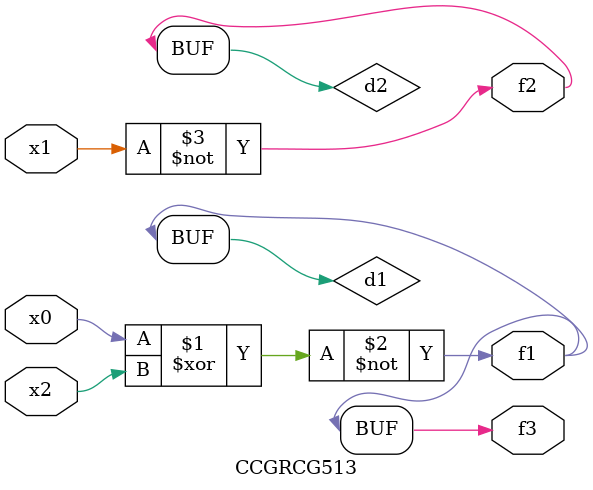
<source format=v>
module CCGRCG513(
	input x0, x1, x2,
	output f1, f2, f3
);

	wire d1, d2, d3;

	xnor (d1, x0, x2);
	nand (d2, x1);
	nor (d3, x1, x2);
	assign f1 = d1;
	assign f2 = d2;
	assign f3 = d1;
endmodule

</source>
